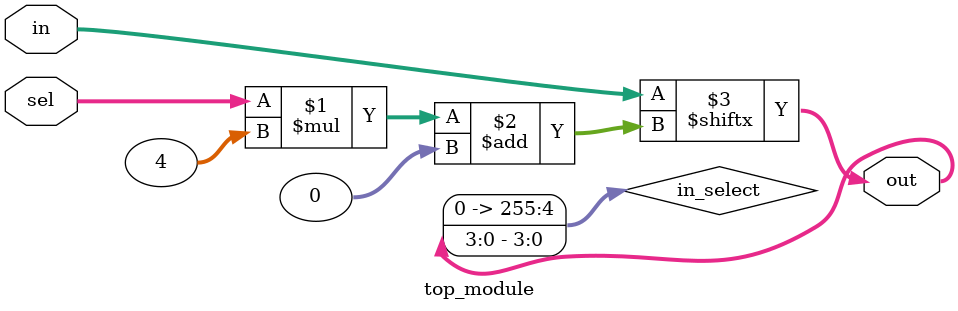
<source format=sv>
module top_module (
    input [1023:0] in,
    input [7:0] sel,
    output [3:0] out
);

// Corrected module definition
    wire [255:0] in_select; // intermediate wire to select the 4-bit input
    
    assign in_select = in[sel*4 +: 4]; // selecting the appropriate 4-bit input from the packed input
    
    assign out = in_select;

endmodule

</source>
